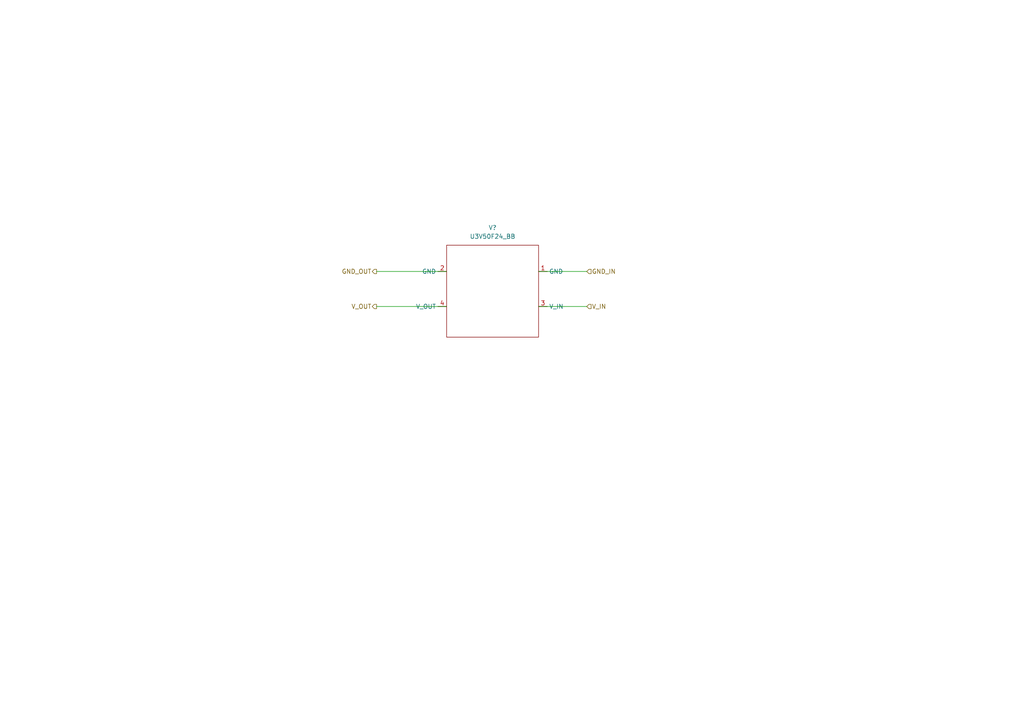
<source format=kicad_sch>
(kicad_sch (version 20211123) (generator eeschema)

  (uuid 52c3d709-aced-4bda-ae3a-3e5c2863ec71)

  (paper "A4")

  (lib_symbols
    (symbol "24VStepUp_U3V50F24_BB:U3V50F24_BB" (in_bom yes) (on_board yes)
      (property "Reference" "V" (id 0) (at 24.13 1.27 0)
        (effects (font (size 1.27 1.27)))
      )
      (property "Value" "U3V50F24_BB" (id 1) (at 7.62 1.27 0)
        (effects (font (size 1.27 1.27)))
      )
      (property "Footprint" "" (id 2) (at 0 0 0)
        (effects (font (size 1.27 1.27)) hide)
      )
      (property "Datasheet" "" (id 3) (at 0 0 0)
        (effects (font (size 1.27 1.27)) hide)
      )
      (symbol "U3V50F24_BB_0_1"
        (rectangle (start 0 0) (end 26.67 -26.67)
          (stroke (width 0) (type default) (color 0 0 0 0))
          (fill (type none))
        )
      )
      (symbol "U3V50F24_BB_1_1"
        (pin power_in line (at 26.67 -7.62 0) (length 2.54)
          (name "GND" (effects (font (size 1.27 1.27))))
          (number "1" (effects (font (size 1.27 1.27))))
        )
        (pin power_out line (at 0 -7.62 180) (length 2.54)
          (name "GND" (effects (font (size 1.27 1.27))))
          (number "2" (effects (font (size 1.27 1.27))))
        )
        (pin power_in line (at 26.67 -17.78 0) (length 2.54)
          (name "V_IN" (effects (font (size 1.27 1.27))))
          (number "3" (effects (font (size 1.27 1.27))))
        )
        (pin power_out line (at 0 -17.78 180) (length 2.54)
          (name "V_OUT" (effects (font (size 1.27 1.27))))
          (number "4" (effects (font (size 1.27 1.27))))
        )
      )
    )
  )


  (wire (pts (xy 109.22 88.9) (xy 129.54 88.9))
    (stroke (width 0) (type default) (color 0 0 0 0))
    (uuid 3e9ce700-55ab-49c9-a28f-46244dbbd6a8)
  )
  (wire (pts (xy 109.22 78.74) (xy 129.54 78.74))
    (stroke (width 0) (type default) (color 0 0 0 0))
    (uuid 4c384346-f4b6-4006-b0d2-08d311574488)
  )
  (wire (pts (xy 156.21 78.74) (xy 170.18 78.74))
    (stroke (width 0) (type default) (color 0 0 0 0))
    (uuid 5abec696-9b6f-437b-b4fe-77ee5fa0b38a)
  )
  (wire (pts (xy 156.21 88.9) (xy 170.18 88.9))
    (stroke (width 0) (type default) (color 0 0 0 0))
    (uuid a414d3fe-e219-4ae2-afa1-2b66d3f315ef)
  )

  (hierarchical_label "V_IN" (shape input) (at 170.18 88.9 0)
    (effects (font (size 1.27 1.27)) (justify left))
    (uuid 493f9015-511c-4a32-80c0-1c4129026da3)
  )
  (hierarchical_label "GND_IN" (shape input) (at 170.18 78.74 0)
    (effects (font (size 1.27 1.27)) (justify left))
    (uuid a1bafbdb-95c0-4053-97a1-efe16fa236e2)
  )
  (hierarchical_label "V_OUT" (shape output) (at 109.22 88.9 180)
    (effects (font (size 1.27 1.27)) (justify right))
    (uuid ba003869-4e69-4a0e-8126-294c877cdfae)
  )
  (hierarchical_label "GND_OUT" (shape output) (at 109.22 78.74 180)
    (effects (font (size 1.27 1.27)) (justify right))
    (uuid d5959eca-5122-41de-ae0d-634adf0787a2)
  )

  (symbol (lib_id "24VStepUp_U3V50F24_BB:U3V50F24_BB") (at 129.54 71.12 0) (unit 1)
    (in_bom yes) (on_board yes) (fields_autoplaced)
    (uuid 461c34f2-f05e-402d-91a6-c012ecb09963)
    (property "Reference" "V?" (id 0) (at 142.875 66.04 0))
    (property "Value" "U3V50F24_BB" (id 1) (at 142.875 68.58 0))
    (property "Footprint" "" (id 2) (at 129.54 71.12 0)
      (effects (font (size 1.27 1.27)) hide)
    )
    (property "Datasheet" "" (id 3) (at 129.54 71.12 0)
      (effects (font (size 1.27 1.27)) hide)
    )
    (pin "1" (uuid 559bd9c5-59b2-49a1-b6ce-072d336f0c30))
    (pin "2" (uuid 2fb61a4e-512c-41a1-80c0-bf718ac9034d))
    (pin "3" (uuid a791788d-e7b1-4a99-ac37-4522947133d1))
    (pin "4" (uuid fb3fd6a6-c21d-438c-99af-c75742c33a64))
  )
)

</source>
